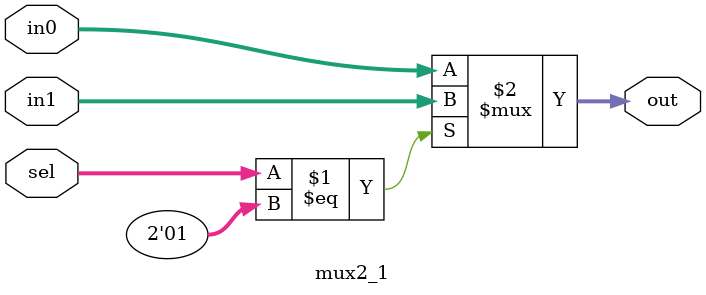
<source format=sv>
module mux4_1(in_reg, in_alu, in_wb, in_LR, sel, out);
    input [31:0] in_reg, in_alu, in_wb, in_LR;
    input [1:0] sel;
    output [31:0] out;

    assign out = (sel == 2'd0) ? in_reg :
                 (sel == 2'd1) ? in_alu :
                 (sel == 2'd2) ? in_wb  : in_LR;
endmodule

module mux3_1(in_reg, in_alu, in_wb, sel, out);
    input [31:0] in_reg, in_alu, in_wb;
    input [1:0] sel;
    output [31:0] out;

    assign out = (sel == 2'd0) ? in_reg :
                 (sel == 2'd1) ? in_alu :
                 (sel == 2'd2) ? in_wb  : 32'd0;
endmodule

module mux3_1_fl(in_reg, in_alu, in_wb, sel, out);
    input [1:0] in_reg, in_alu, in_wb;
    input [1:0] sel;
    output [1:0] out;

    assign out = (sel == 2'd0) ? in_reg :
                 (sel == 2'd1) ? in_alu :
                 (sel == 2'd2) ? in_wb  : 32'd0;
endmodule

module mux2_1(in0, in1, sel, out);
    input [31:0] in0, in1;
    input [1:0] sel;
    output [31:0] out;

    assign out = (sel == 2'b1) ? in1 : in0;
endmodule


</source>
